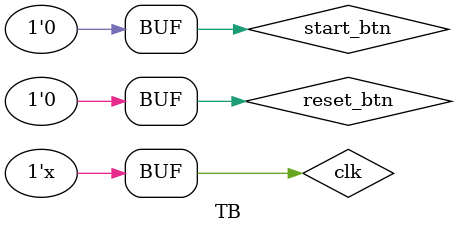
<source format=v>
`timescale 1ns / 1ps

module TB();

reg clk, reset_btn, start_btn;
wire uart_rxd_out;

TOP DUT (.clk(clk), .reset_btn(reset_btn), .start_btn(start_btn), .vaux5_n(0), .vaux5_p(0), .uart_rxd_out(uart_rxd_out));

initial begin
    clk = 0;
    reset_btn = 1;
    start_btn = 0;
#120 reset_btn = 0;    
#55 start_btn = 1;
#30 start_btn = 0; 
end

always #5 clk = ~clk;

endmodule

</source>
